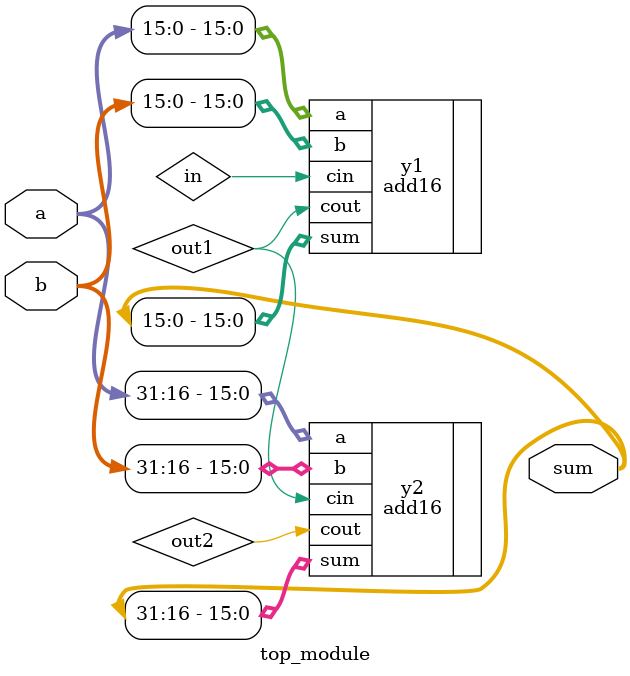
<source format=v>
module top_module(
    input [31:0] a,
    input [31:0] b,
    output [31:0] sum
);

    wire out1, out2, in;

    add16 y1(.a(a[15:0]), .b(b[15:0]), .cin(in), .sum(sum[15:0]), .cout(out1));
    add16 y2(.a(a[31:16]), .b(b[31:16]), .cin(out1), .sum(sum[31:16]), .cout(out2));


endmodule

</source>
